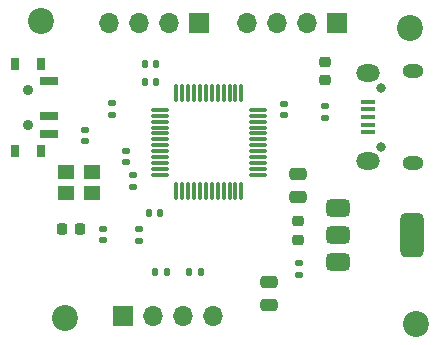
<source format=gbr>
%TF.GenerationSoftware,KiCad,Pcbnew,8.0.0*%
%TF.CreationDate,2024-03-18T00:14:30+05:30*%
%TF.ProjectId,STM,53544d2e-6b69-4636-9164-5f7063625858,rev?*%
%TF.SameCoordinates,Original*%
%TF.FileFunction,Soldermask,Top*%
%TF.FilePolarity,Negative*%
%FSLAX46Y46*%
G04 Gerber Fmt 4.6, Leading zero omitted, Abs format (unit mm)*
G04 Created by KiCad (PCBNEW 8.0.0) date 2024-03-18 00:14:30*
%MOMM*%
%LPD*%
G01*
G04 APERTURE LIST*
G04 Aperture macros list*
%AMRoundRect*
0 Rectangle with rounded corners*
0 $1 Rounding radius*
0 $2 $3 $4 $5 $6 $7 $8 $9 X,Y pos of 4 corners*
0 Add a 4 corners polygon primitive as box body*
4,1,4,$2,$3,$4,$5,$6,$7,$8,$9,$2,$3,0*
0 Add four circle primitives for the rounded corners*
1,1,$1+$1,$2,$3*
1,1,$1+$1,$4,$5*
1,1,$1+$1,$6,$7*
1,1,$1+$1,$8,$9*
0 Add four rect primitives between the rounded corners*
20,1,$1+$1,$2,$3,$4,$5,0*
20,1,$1+$1,$4,$5,$6,$7,0*
20,1,$1+$1,$6,$7,$8,$9,0*
20,1,$1+$1,$8,$9,$2,$3,0*%
G04 Aperture macros list end*
%ADD10R,0.800000X1.000000*%
%ADD11C,0.900000*%
%ADD12R,1.500000X0.700000*%
%ADD13C,2.200000*%
%ADD14RoundRect,0.140000X0.140000X0.170000X-0.140000X0.170000X-0.140000X-0.170000X0.140000X-0.170000X0*%
%ADD15RoundRect,0.135000X0.185000X-0.135000X0.185000X0.135000X-0.185000X0.135000X-0.185000X-0.135000X0*%
%ADD16RoundRect,0.218750X0.256250X-0.218750X0.256250X0.218750X-0.256250X0.218750X-0.256250X-0.218750X0*%
%ADD17RoundRect,0.250000X0.475000X-0.250000X0.475000X0.250000X-0.475000X0.250000X-0.475000X-0.250000X0*%
%ADD18RoundRect,0.218750X-0.218750X-0.256250X0.218750X-0.256250X0.218750X0.256250X-0.218750X0.256250X0*%
%ADD19RoundRect,0.140000X0.170000X-0.140000X0.170000X0.140000X-0.170000X0.140000X-0.170000X-0.140000X0*%
%ADD20RoundRect,0.375000X-0.625000X-0.375000X0.625000X-0.375000X0.625000X0.375000X-0.625000X0.375000X0*%
%ADD21RoundRect,0.500000X-0.500000X-1.400000X0.500000X-1.400000X0.500000X1.400000X-0.500000X1.400000X0*%
%ADD22O,1.700000X1.700000*%
%ADD23R,1.700000X1.700000*%
%ADD24RoundRect,0.140000X-0.170000X0.140000X-0.170000X-0.140000X0.170000X-0.140000X0.170000X0.140000X0*%
%ADD25RoundRect,0.135000X-0.135000X-0.185000X0.135000X-0.185000X0.135000X0.185000X-0.135000X0.185000X0*%
%ADD26RoundRect,0.225000X-0.250000X0.225000X-0.250000X-0.225000X0.250000X-0.225000X0.250000X0.225000X0*%
%ADD27RoundRect,0.140000X-0.140000X-0.170000X0.140000X-0.170000X0.140000X0.170000X-0.140000X0.170000X0*%
%ADD28RoundRect,0.075000X-0.662500X-0.075000X0.662500X-0.075000X0.662500X0.075000X-0.662500X0.075000X0*%
%ADD29RoundRect,0.075000X-0.075000X-0.662500X0.075000X-0.662500X0.075000X0.662500X-0.075000X0.662500X0*%
%ADD30RoundRect,0.135000X-0.185000X0.135000X-0.185000X-0.135000X0.185000X-0.135000X0.185000X0.135000X0*%
%ADD31O,0.800000X0.800000*%
%ADD32R,1.300000X0.450000*%
%ADD33O,1.800000X1.150000*%
%ADD34O,2.000000X1.450000*%
%ADD35R,1.400000X1.200000*%
G04 APERTURE END LIST*
D10*
%TO.C,SW1*%
X21010000Y-23200000D03*
X18800000Y-23200000D03*
D11*
X19900000Y-25350000D03*
X19900000Y-28350000D03*
D10*
X21010000Y-30500000D03*
X18800000Y-30500000D03*
D12*
X21660000Y-24600000D03*
X21660000Y-27600000D03*
X21660000Y-29100000D03*
%TD*%
D13*
%TO.C,H4*%
X52250000Y-20162500D03*
%TD*%
%TO.C,H3*%
X21000000Y-19500000D03*
%TD*%
%TO.C,H2*%
X23000000Y-44662500D03*
%TD*%
%TO.C,H1*%
X52750000Y-45162500D03*
%TD*%
D14*
%TO.C,C8*%
X31080000Y-35800000D03*
X30120000Y-35800000D03*
%TD*%
D15*
%TO.C,R1*%
X26990000Y-27520000D03*
X26990000Y-26500000D03*
%TD*%
D16*
%TO.C,D1*%
X42750000Y-38075000D03*
X42750000Y-36500000D03*
%TD*%
D17*
%TO.C,C9*%
X40250000Y-43562500D03*
X40250000Y-41662500D03*
%TD*%
D18*
%TO.C,FB1*%
X22750000Y-37162500D03*
X24325000Y-37162500D03*
%TD*%
D19*
%TO.C,C6*%
X26200000Y-38080000D03*
X26200000Y-37120000D03*
%TD*%
D20*
%TO.C,U1*%
X46100000Y-35362500D03*
X46100000Y-37662500D03*
D21*
X52400000Y-37662500D03*
D20*
X46100000Y-39962500D03*
%TD*%
D22*
%TO.C,J2*%
X26780000Y-19687500D03*
X29320000Y-19687500D03*
X31860000Y-19687500D03*
D23*
X34400000Y-19687500D03*
%TD*%
%TO.C,J4*%
X27920000Y-44500000D03*
D22*
X30460000Y-44500000D03*
X33000000Y-44500000D03*
X35540000Y-44500000D03*
%TD*%
D19*
%TO.C,C7*%
X29250000Y-38122500D03*
X29250000Y-37162500D03*
%TD*%
D17*
%TO.C,C10*%
X42750000Y-34400000D03*
X42750000Y-32500000D03*
%TD*%
D24*
%TO.C,C5*%
X24750000Y-28770000D03*
X24750000Y-29730000D03*
%TD*%
%TO.C,C11*%
X28200000Y-31480000D03*
X28200000Y-30520000D03*
%TD*%
D23*
%TO.C,J3*%
X46050000Y-19687500D03*
D22*
X43510000Y-19687500D03*
X40970000Y-19687500D03*
X38430000Y-19687500D03*
%TD*%
D25*
%TO.C,R5*%
X33490000Y-40800000D03*
X34510000Y-40800000D03*
%TD*%
D26*
%TO.C,C1*%
X45000000Y-23000000D03*
X45000000Y-24550000D03*
%TD*%
D27*
%TO.C,C3*%
X29770000Y-23200000D03*
X30730000Y-23200000D03*
%TD*%
D28*
%TO.C,U2*%
X31037500Y-27050000D03*
X31037500Y-27550000D03*
X31037500Y-28050000D03*
X31037500Y-28550000D03*
X31037500Y-29050000D03*
X31037500Y-29550000D03*
X31037500Y-30050000D03*
X31037500Y-30550000D03*
X31037500Y-31050000D03*
X31037500Y-31550000D03*
X31037500Y-32050000D03*
X31037500Y-32550000D03*
D29*
X32450000Y-33962500D03*
X32950000Y-33962500D03*
X33450000Y-33962500D03*
X33950000Y-33962500D03*
X34450000Y-33962500D03*
X34950000Y-33962500D03*
X35450000Y-33962500D03*
X35950000Y-33962500D03*
X36450000Y-33962500D03*
X36950000Y-33962500D03*
X37450000Y-33962500D03*
X37950000Y-33962500D03*
D28*
X39362500Y-32550000D03*
X39362500Y-32050000D03*
X39362500Y-31550000D03*
X39362500Y-31050000D03*
X39362500Y-30550000D03*
X39362500Y-30050000D03*
X39362500Y-29550000D03*
X39362500Y-29050000D03*
X39362500Y-28550000D03*
X39362500Y-28050000D03*
X39362500Y-27550000D03*
X39362500Y-27050000D03*
D29*
X37950000Y-25637500D03*
X37450000Y-25637500D03*
X36950000Y-25637500D03*
X36450000Y-25637500D03*
X35950000Y-25637500D03*
X35450000Y-25637500D03*
X34950000Y-25637500D03*
X34450000Y-25637500D03*
X33950000Y-25637500D03*
X33450000Y-25637500D03*
X32950000Y-25637500D03*
X32450000Y-25637500D03*
%TD*%
D24*
%TO.C,C12*%
X28800000Y-32600000D03*
X28800000Y-33560000D03*
%TD*%
D27*
%TO.C,C4*%
X29770000Y-24662500D03*
X30730000Y-24662500D03*
%TD*%
D30*
%TO.C,R2*%
X42800000Y-40000000D03*
X42800000Y-41020000D03*
%TD*%
D24*
%TO.C,C2*%
X41600000Y-27480000D03*
X41600000Y-26520000D03*
%TD*%
D31*
%TO.C,J1*%
X49750000Y-30162500D03*
X49750000Y-25162500D03*
D32*
X48650000Y-28962500D03*
X48650000Y-28312500D03*
X48650000Y-27662500D03*
X48650000Y-27012500D03*
X48650000Y-26362500D03*
D33*
X52500000Y-31537500D03*
D34*
X48700000Y-31387500D03*
X48700000Y-23937500D03*
D33*
X52500000Y-23787500D03*
%TD*%
D25*
%TO.C,R4*%
X30600000Y-40800000D03*
X31620000Y-40800000D03*
%TD*%
D35*
%TO.C,Y1*%
X23100000Y-34050000D03*
X25300000Y-34050000D03*
X25300000Y-32350000D03*
X23100000Y-32350000D03*
%TD*%
D15*
%TO.C,R3*%
X45000000Y-27710000D03*
X45000000Y-26690000D03*
%TD*%
M02*

</source>
